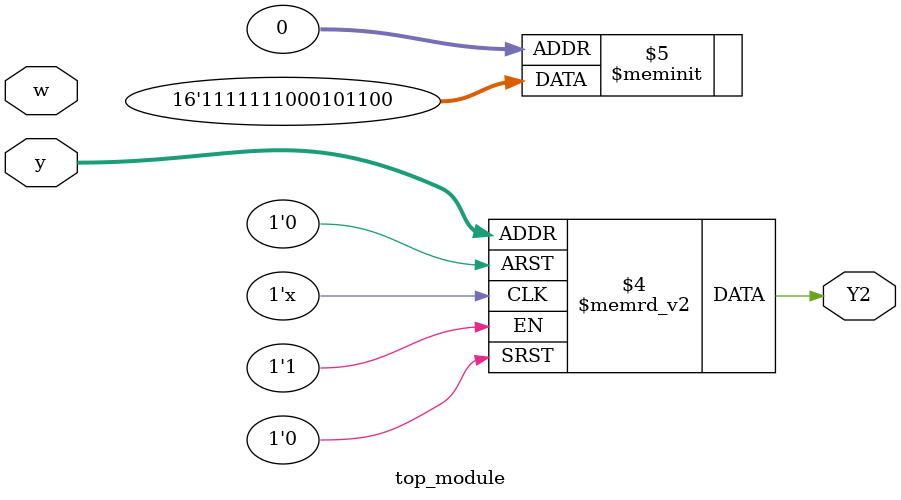
<source format=sv>
module top_module(
	input [3:0] y,
	input w,
	output reg Y2);

	always_comb begin
		case(y)
			4'b0000: Y2 = 1'b0;
			4'b0001: Y2 = 1'b0;
			4'b0010: Y2 = 1'b1;
			4'b0011: Y2 = 1'b1;
			4'b0100: Y2 = 1'b0;
			4'b0101: Y2 = 1'b1;
			4'b0110: Y2 = 1'b0;
			4'b0111: Y2 = 1'b0;
			4'b1000: Y2 = 1'b0;
			4'b1001: Y2 = 1'b1;
			4'b1010: Y2 = 1'b1;
			default: Y2 = 1'b1;
		endcase
	end
endmodule

</source>
